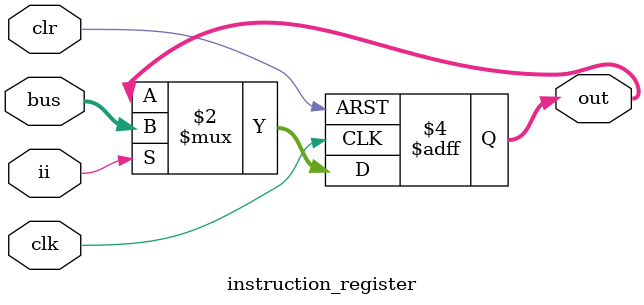
<source format=v>
module a_register(
	input [7:0] bus,
	input clk,
	input clr,
	input ai,
	output reg [7:0] out
);

always @(posedge clk or posedge clr) begin
	if(clr == 1'b1) begin
		out <= 0;
	end else if(ai == 1'b1) begin
		out <= bus;
	end
end

endmodule

module b_register(
	input [7:0] bus,
	input clk,
	input clr,
	input bi,
	output reg [7:0] out
);

always @(posedge clk or posedge clr) begin
	if(clr == 1'b1) begin
		out <= 0;
	end else if(bi == 1'b1) begin
		out <= bus;
	end
end

endmodule

module instruction_register(
	input [7:0] bus,
	input clk,
	input clr,
	input ii,
	output reg [7:0] out
);

always @(posedge clk or posedge clr) begin
	if(clr) begin
		out <= 0;
	end else if(ii) begin
		out <= bus;
	end
end

endmodule
</source>
